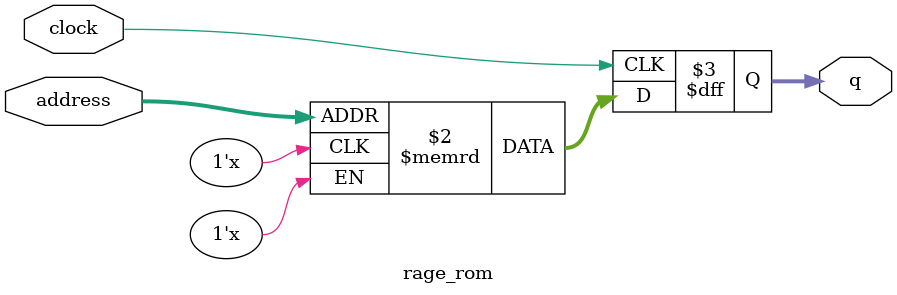
<source format=sv>
module rage_rom (
	input logic clock,
	input logic [9:0] address,
	output logic [7:0] q
);

logic [7:0] memory [0:1023] /* synthesis ram_init_file = "./rage/rage.mif" */;

always_ff @ (posedge clock) begin
	q <= memory[address];
end

endmodule

</source>
